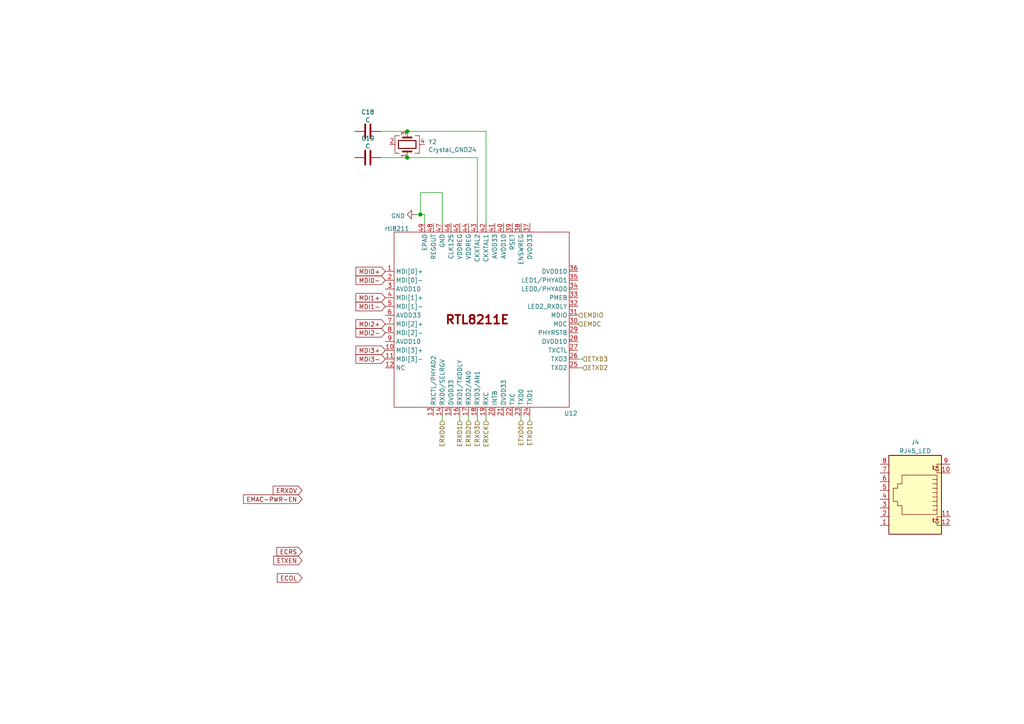
<source format=kicad_sch>
(kicad_sch (version 20210406) (generator eeschema)
  (paper "A4")
  (lib_symbols
    (symbol "Connector:RJ45_LED" (pin_names (offset 1.016))
      (property "Reference" "J" (at -5.08 13.97 0))
      (property "Value" "RJ45_LED" (at 1.27 13.97 0))
      (symbol "RJ45_LED_0_1"
        (rectangle (start 7.62 12.7) (end -7.62 -10.16) (stroke (width 0.254)) (fill (type background)))
        (polyline (pts (xy -7.62 -7.62) (xy -6.35 -7.62)))
        (polyline (pts (xy -7.62 -5.08) (xy -6.35 -5.08)))
        (polyline (pts (xy -7.62 7.62) (xy -6.35 7.62)))
        (polyline (pts (xy -7.62 10.16) (xy -6.35 10.16)))
        (polyline (pts (xy -6.858 -5.842) (xy -5.842 -5.842)))
        (polyline (pts (xy -6.858 9.398) (xy -5.842 9.398)))
        (polyline (pts (xy -6.35 -7.62) (xy -6.35 -6.858)))
        (polyline (pts (xy -6.35 -5.08) (xy -6.35 -5.842)))
        (polyline (pts (xy -6.35 7.62) (xy -6.35 8.382)))
        (polyline (pts (xy -6.35 10.16) (xy -6.35 9.398)))
        (polyline (pts (xy -5.08 -6.223) (xy -5.207 -6.604)))
        (polyline (pts (xy -5.08 -5.588) (xy -5.207 -5.969)))
        (polyline (pts (xy -5.08 4.445) (xy -6.35 4.445)))
        (polyline (pts (xy -5.08 5.715) (xy -6.35 5.715)))
        (polyline (pts (xy -5.08 9.017) (xy -5.207 8.636)))
        (polyline (pts (xy -5.08 9.652) (xy -5.207 9.271)))
        (polyline (pts (xy -6.35 -3.175) (xy -5.08 -3.175) (xy -5.08 -3.175)))
        (polyline (pts (xy -6.35 -1.905) (xy -5.08 -1.905) (xy -5.08 -1.905)))
        (polyline (pts (xy -6.35 -0.635) (xy -5.08 -0.635) (xy -5.08 -0.635)))
        (polyline (pts (xy -6.35 0.635) (xy -5.08 0.635) (xy -5.08 0.635)))
        (polyline (pts (xy -6.35 1.905) (xy -5.08 1.905) (xy -5.08 1.905)))
        (polyline (pts (xy -5.588 -6.731) (xy -5.08 -6.223) (xy -5.461 -6.35)))
        (polyline (pts (xy -5.588 -6.096) (xy -5.08 -5.588) (xy -5.461 -5.715)))
        (polyline (pts (xy -5.588 8.509) (xy -5.08 9.017) (xy -5.461 8.89)))
        (polyline (pts (xy -5.588 9.144) (xy -5.08 9.652) (xy -5.461 9.525)))
        (polyline (pts (xy -5.08 3.175) (xy -6.35 3.175) (xy -6.35 3.175)))
        (polyline (pts (xy -6.35 -5.842) (xy -6.858 -6.858) (xy -5.842 -6.858) (xy -6.35 -5.842)))
        (polyline (pts (xy -6.35 9.398) (xy -6.858 8.382) (xy -5.842 8.382) (xy -6.35 9.398)))
        (polyline (pts (xy -6.35 -4.445) (xy -6.35 6.985) (xy 3.81 6.985) (xy 3.81 4.445) (xy 5.08 4.445) (xy 5.08 3.175) (xy 6.35 3.175) (xy 6.35 -0.635) (xy 5.08 -0.635) (xy 5.08 -1.905) (xy 3.81 -1.905) (xy 3.81 -4.445) (xy -6.35 -4.445) (xy -6.35 -4.445)))
      )
      (symbol "RJ45_LED_1_1"
        (pin passive line (at 10.16 -7.62 180) (length 2.54) (name "~") (number "1"))
        (pin passive line (at -10.16 7.62 0) (length 2.54) (name "~") (number "10"))
        (pin passive line (at -10.16 -5.08 0) (length 2.54) (name "~") (number "11"))
        (pin passive line (at -10.16 -7.62 0) (length 2.54) (name "~") (number "12"))
        (pin passive line (at 10.16 -5.08 180) (length 2.54) (name "~") (number "2"))
        (pin passive line (at 10.16 -2.54 180) (length 2.54) (name "~") (number "3"))
        (pin passive line (at 10.16 0 180) (length 2.54) (name "~") (number "4"))
        (pin passive line (at 10.16 2.54 180) (length 2.54) (name "~") (number "5"))
        (pin passive line (at 10.16 5.08 180) (length 2.54) (name "~") (number "6"))
        (pin passive line (at 10.16 7.62 180) (length 2.54) (name "~") (number "7"))
        (pin passive line (at 10.16 10.16 180) (length 2.54) (name "~") (number "8"))
        (pin passive line (at -10.16 10.16 0) (length 2.54) (name "~") (number "9"))
      )
    )
    (symbol "Device:C" (pin_numbers hide) (pin_names (offset 0.254))
      (property "Reference" "C" (at 0.635 2.54 0))
      (property "Value" "C" (at 0.635 -2.54 0))
      (symbol "C_0_1"
        (polyline (pts (xy -2.032 -0.762) (xy 2.032 -0.762)) (stroke (width 0.508)))
        (polyline (pts (xy -2.032 0.762) (xy 2.032 0.762)) (stroke (width 0.508)))
      )
      (symbol "C_1_1"
        (pin passive line (at 0 3.81 270) (length 2.794) (name "~") (number "1"))
        (pin passive line (at 0 -3.81 90) (length 2.794) (name "~") (number "2"))
      )
    )
    (symbol "Device:Crystal_GND24" (pin_names (offset 1.016) hide)
      (property "Reference" "Y" (at 3.175 5.08 0))
      (property "Value" "Crystal_GND24" (at 3.175 3.175 0))
      (symbol "Crystal_GND24_0_1"
        (rectangle (start -1.143 2.54) (end 1.143 -2.54) (stroke (width 0.3048)))
        (polyline (pts (xy -2.54 0) (xy -2.032 0)))
        (polyline (pts (xy -2.032 -1.27) (xy -2.032 1.27)) (stroke (width 0.508)))
        (polyline (pts (xy 0 -3.81) (xy 0 -3.556)))
        (polyline (pts (xy 0 3.556) (xy 0 3.81)))
        (polyline (pts (xy 2.032 -1.27) (xy 2.032 1.27)) (stroke (width 0.508)))
        (polyline (pts (xy 2.032 0) (xy 2.54 0)))
        (polyline (pts (xy -2.54 -2.286) (xy -2.54 -3.556) (xy 2.54 -3.556) (xy 2.54 -2.286)))
        (polyline (pts (xy -2.54 2.286) (xy -2.54 3.556) (xy 2.54 3.556) (xy 2.54 2.286)))
      )
      (symbol "Crystal_GND24_1_1"
        (pin passive line (at -3.81 0 0) (length 1.27) (name "1") (number "1"))
        (pin passive line (at 0 5.08 270) (length 1.27) (name "2") (number "2"))
        (pin passive line (at 3.81 0 180) (length 1.27) (name "3") (number "3"))
        (pin passive line (at 0 -5.08 90) (length 1.27) (name "4") (number "4"))
      )
    )
    (symbol "power:GND" (power) (pin_names (offset 0))
      (property "Value" "GND" (at 0 -3.81 0))
      (symbol "GND_0_1"
        (polyline (pts (xy 0 0) (xy 0 -1.27) (xy 1.27 -1.27) (xy 0 -2.54) (xy -1.27 -1.27) (xy 0 -1.27)))
      )
      (symbol "GND_1_1"
        (pin power_in line (at 0 0 270) (length 0) hide (name "GND") (number "1"))
      )
    )
    (symbol "rtl8211:rtl8211"
      (property "Reference" "U" (at 31.75 -27.94 0))
      (property "Value" "rtl8211" (at 31.75 -27.94 0))
      (symbol "rtl8211_0_0"
        (text "RTL8211E" (at -1.27 0 0) (effects (font (size 2.5 2.5) bold)))
        (pin input line (at -13.97 -27.94 90) (length 2.54) (name "RXCTL/PHYAD2") (number "13"))
        (pin input line (at -11.43 -27.94 90) (length 2.54) (name "RXD0/SELRGV") (number "14"))
        (pin input line (at -8.89 -27.94 90) (length 2.54) (name "DVDD33") (number "15"))
        (pin input line (at -6.35 -27.94 90) (length 2.54) (name "RXD1/TXDDLY") (number "16"))
        (pin input line (at -3.81 -27.94 90) (length 2.54) (name "RXD2/AN0") (number "17"))
        (pin input line (at -1.27 -27.94 90) (length 2.54) (name "RXD3/AN1") (number "18"))
        (pin input line (at 1.27 -27.94 90) (length 2.54) (name "RXC") (number "19"))
        (pin input line (at 3.81 -27.94 90) (length 2.54) (name "INTB") (number "20"))
        (pin input line (at 6.35 -27.94 90) (length 2.54) (name "DVDD33") (number "21"))
        (pin input line (at 8.89 -27.94 90) (length 2.54) (name "TXC") (number "22"))
        (pin input line (at 11.43 -27.94 90) (length 2.54) (name "TXD0") (number "23"))
        (pin input line (at 13.97 -27.94 90) (length 2.54) (name "TXD1") (number "24"))
      )
      (symbol "rtl8211_0_1"
        (rectangle (start 25.4 25.4) (end -25.4 -25.4) (stroke (width 0.1524)))
      )
      (symbol "rtl8211_1_1"
        (pin input line (at -27.94 13.97 0) (length 2.54) (name "MDI[0]+") (number "1"))
        (pin input line (at -27.94 -8.89 0) (length 2.54) (name "MDI[3]+") (number "10"))
        (pin input line (at -27.94 -11.43 0) (length 2.54) (name "MDI[3]-") (number "11"))
        (pin input line (at -27.94 -13.97 0) (length 2.54) (name "NC") (number "12"))
        (pin input line (at -27.94 11.43 0) (length 2.54) (name "MDI[0]-") (number "2"))
        (pin input line (at 27.94 -13.97 180) (length 2.54) (name "TXD2") (number "25"))
        (pin input line (at 27.94 -11.43 180) (length 2.54) (name "TXD3") (number "26"))
        (pin input line (at 27.94 -8.89 180) (length 2.54) (name "TXCTL") (number "27"))
        (pin input line (at 27.94 -6.35 180) (length 2.54) (name "DVDD10") (number "28"))
        (pin input line (at 27.94 -3.81 180) (length 2.54) (name "PHYRSTB") (number "29"))
        (pin input line (at -27.94 8.89 0) (length 2.54) (name "AVDD10") (number "3"))
        (pin input line (at 27.94 -1.27 180) (length 2.54) (name "MDC") (number "30"))
        (pin input line (at 27.94 1.27 180) (length 2.54) (name "MDIO") (number "31"))
        (pin input line (at 27.94 3.81 180) (length 2.54) (name "LED2_RXDLY") (number "32"))
        (pin input line (at 27.94 6.35 180) (length 2.54) (name "PMEB") (number "33"))
        (pin input line (at 27.94 8.89 180) (length 2.54) (name "LED0/PHYAD0") (number "34"))
        (pin input line (at 27.94 11.43 180) (length 2.54) (name "LED1/PHYAD1") (number "35"))
        (pin input line (at 27.94 13.97 180) (length 2.54) (name "DVDD10") (number "36"))
        (pin input line (at 13.97 27.94 270) (length 2.54) (name "DVDD33") (number "37"))
        (pin input line (at 11.43 27.94 270) (length 2.54) (name "ENSWREG") (number "38"))
        (pin input line (at 8.89 27.94 270) (length 2.54) (name "RSET") (number "39"))
        (pin input line (at -27.94 6.35 0) (length 2.54) (name "MDI[1]+") (number "4"))
        (pin input line (at 6.35 27.94 270) (length 2.54) (name "AVDD10") (number "40"))
        (pin input line (at 3.81 27.94 270) (length 2.54) (name "AVDD33") (number "41"))
        (pin input line (at 1.27 27.94 270) (length 2.54) (name "CKXTAL1") (number "42"))
        (pin input line (at -1.27 27.94 270) (length 2.54) (name "CKXTAL2") (number "43"))
        (pin input line (at -3.81 27.94 270) (length 2.54) (name "VDDREG") (number "44"))
        (pin input line (at -6.35 27.94 270) (length 2.54) (name "VDDREG") (number "45"))
        (pin input line (at -8.89 27.94 270) (length 2.54) (name "CLK125") (number "46"))
        (pin input line (at -11.43 27.94 270) (length 2.54) (name "GND") (number "47"))
        (pin input line (at -13.97 27.94 270) (length 2.54) (name "REGOUT") (number "48"))
        (pin input line (at -16.51 27.94 270) (length 2.54) (name "EPAD") (number "49"))
        (pin input line (at -27.94 3.81 0) (length 2.54) (name "MDI[1]-") (number "5"))
        (pin input line (at -27.94 1.27 0) (length 2.54) (name "AVDD33") (number "6"))
        (pin input line (at -27.94 -1.27 0) (length 2.54) (name "MDI[2]+") (number "7"))
        (pin input line (at -27.94 -3.81 0) (length 2.54) (name "MDI[2]-") (number "8"))
        (pin input line (at -27.94 -6.35 0) (length 2.54) (name "AVDD10") (number "9"))
      )
    )
  )
  (junction (at 118.11 38.1) (diameter 1.016))
  (junction (at 118.11 45.72) (diameter 1.016))
  (junction (at 121.92 62.23) (diameter 1.016))
  (wire (pts (xy 110.49 38.1) (xy 118.11 38.1)))
  (wire (pts (xy 110.49 45.72) (xy 118.11 45.72)))
  (wire (pts (xy 118.11 38.1) (xy 140.97 38.1)))
  (wire (pts (xy 118.11 45.72) (xy 138.43 45.72)))
  (wire (pts (xy 120.65 62.23) (xy 121.92 62.23)))
  (wire (pts (xy 121.92 55.88) (xy 128.27 55.88)))
  (wire (pts (xy 121.92 62.23) (xy 121.92 55.88)))
  (wire (pts (xy 121.92 62.23) (xy 123.19 62.23)))
  (wire (pts (xy 123.19 64.77) (xy 123.19 62.23)))
  (wire (pts (xy 128.27 55.88) (xy 128.27 64.77)))
  (wire (pts (xy 128.27 121.92) (xy 128.27 120.65)))
  (wire (pts (xy 133.35 121.92) (xy 133.35 120.65)))
  (wire (pts (xy 135.89 121.92) (xy 135.89 120.65)))
  (wire (pts (xy 138.43 64.77) (xy 138.43 45.72)))
  (wire (pts (xy 138.43 121.92) (xy 138.43 120.65)))
  (wire (pts (xy 140.97 38.1) (xy 140.97 64.77)))
  (wire (pts (xy 140.97 121.92) (xy 140.97 120.65)))
  (wire (pts (xy 151.13 121.92) (xy 151.13 120.65)))
  (wire (pts (xy 153.67 121.92) (xy 153.67 120.65)))
  (wire (pts (xy 168.91 104.14) (xy 167.64 104.14)))
  (wire (pts (xy 168.91 106.68) (xy 167.64 106.68)))
  (global_label "ERXDV" (shape input) (at 87.63 142.24 180) (property "Intersheet References" "${INTERSHEET_REFS}" (effects hide)))
  (global_label "EMAC-PWR-EN" (shape input) (at 87.63 144.78 180) (property "Intersheet References" "${INTERSHEET_REFS}" (effects hide)))
  (global_label "ECRS" (shape input) (at 87.63 160.02 180) (property "Intersheet References" "${INTERSHEET_REFS}" (effects hide)))
  (global_label "ETXEN" (shape input) (at 87.63 162.56 180) (property "Intersheet References" "${INTERSHEET_REFS}" (effects hide)))
  (global_label "ECOL" (shape input) (at 87.63 167.64 180) (property "Intersheet References" "${INTERSHEET_REFS}" (effects hide)))
  (global_label "MDI0+" (shape input) (at 111.76 78.74 180) (property "Intersheet References" "${INTERSHEET_REFS}" (effects hide)))
  (global_label "MDI0-" (shape input) (at 111.76 81.28 180) (property "Intersheet References" "${INTERSHEET_REFS}" (effects hide)))
  (global_label "MDI1+" (shape input) (at 111.76 86.36 180) (property "Intersheet References" "${INTERSHEET_REFS}" (effects hide)))
  (global_label "MDI1-" (shape input) (at 111.76 88.9 180) (property "Intersheet References" "${INTERSHEET_REFS}" (effects hide)))
  (global_label "MDI2+" (shape input) (at 111.76 93.98 180) (property "Intersheet References" "${INTERSHEET_REFS}" (effects hide)))
  (global_label "MDI2-" (shape input) (at 111.76 96.52 180) (property "Intersheet References" "${INTERSHEET_REFS}" (effects hide)))
  (global_label "MDI3+" (shape input) (at 111.76 101.6 180) (property "Intersheet References" "${INTERSHEET_REFS}" (effects hide)))
  (global_label "MDI3-" (shape input) (at 111.76 104.14 180) (property "Intersheet References" "${INTERSHEET_REFS}" (effects hide)))
  (hierarchical_label "ERXD0" (shape input) (at 128.27 121.92 270))
  (hierarchical_label "ERXD1" (shape input) (at 133.35 121.92 270))
  (hierarchical_label "ERXD2" (shape input) (at 135.89 121.92 270))
  (hierarchical_label "ERXD3" (shape input) (at 138.43 121.92 270))
  (hierarchical_label "ERXCK" (shape input) (at 140.97 121.92 270))
  (hierarchical_label "ETXD0" (shape input) (at 151.13 121.92 270))
  (hierarchical_label "ETXD1" (shape input) (at 153.67 121.92 270))
  (hierarchical_label "EMDIO" (shape input) (at 167.64 91.44 0))
  (hierarchical_label "EMDC" (shape input) (at 167.64 93.98 0))
  (hierarchical_label "ETXD3" (shape input) (at 168.91 104.14 0))
  (hierarchical_label "ETXD2" (shape input) (at 168.91 106.68 0))
  (symbol (lib_id "power:GND") (at 120.65 62.23 270) (unit 1)
    (property "Reference" "#PWR0119" (effects hide))
    (property "Value" "GND" (at 117.475 62.6185 90) (effects (justify right)))
  )
  (symbol (lib_id "Device:C") (at 106.68 38.1 90) (unit 1)
    (property "Reference" "C18" (at 106.68 32.5078 90))
    (property "Value" "C" (at 106.68 34.8065 90))
  )
  (symbol (lib_id "Device:C") (at 106.68 45.72 90) (unit 1)
    (property "Reference" "C19" (at 106.68 40.1278 90))
    (property "Value" "C" (at 106.68 42.4265 90))
  )
  (symbol (lib_id "Device:Crystal_GND24") (at 118.11 41.91 90) (unit 1)
    (property "Reference" "Y2" (at 124.2061 41.1491 90) (effects (justify right)))
    (property "Value" "Crystal_GND24" (at 124.2061 43.4478 90) (effects (justify right)))
  )
  (symbol (lib_id "Connector:RJ45_LED") (at 265.43 144.78 0) (mirror y) (unit 1)
    (property "Reference" "J4" (at 265.43 128.27 0))
    (property "Value" "RJ45_LED" (at 265.43 130.81 0))
    (property "Footprint" "Connector_RJ:RJ45_Amphenol_RJHSE538X" (effects hide))
  )
  (symbol (lib_id "rtl8211:rtl8211") (at 139.7 92.71 0) (unit 1)
    (property "Reference" "U12" (at 163.5761 119.8891 0) (effects (justify left)))
    (property "Value" "rtl8211" (at 111.5061 66.3078 0) (effects (justify left)))
    (property "Footprint" "Package_DFN_QFN:QFN-48-1EP_6x6mm_P0.4mm_EP4.2x4.2mm" (effects hide))
  )
)
</source>
